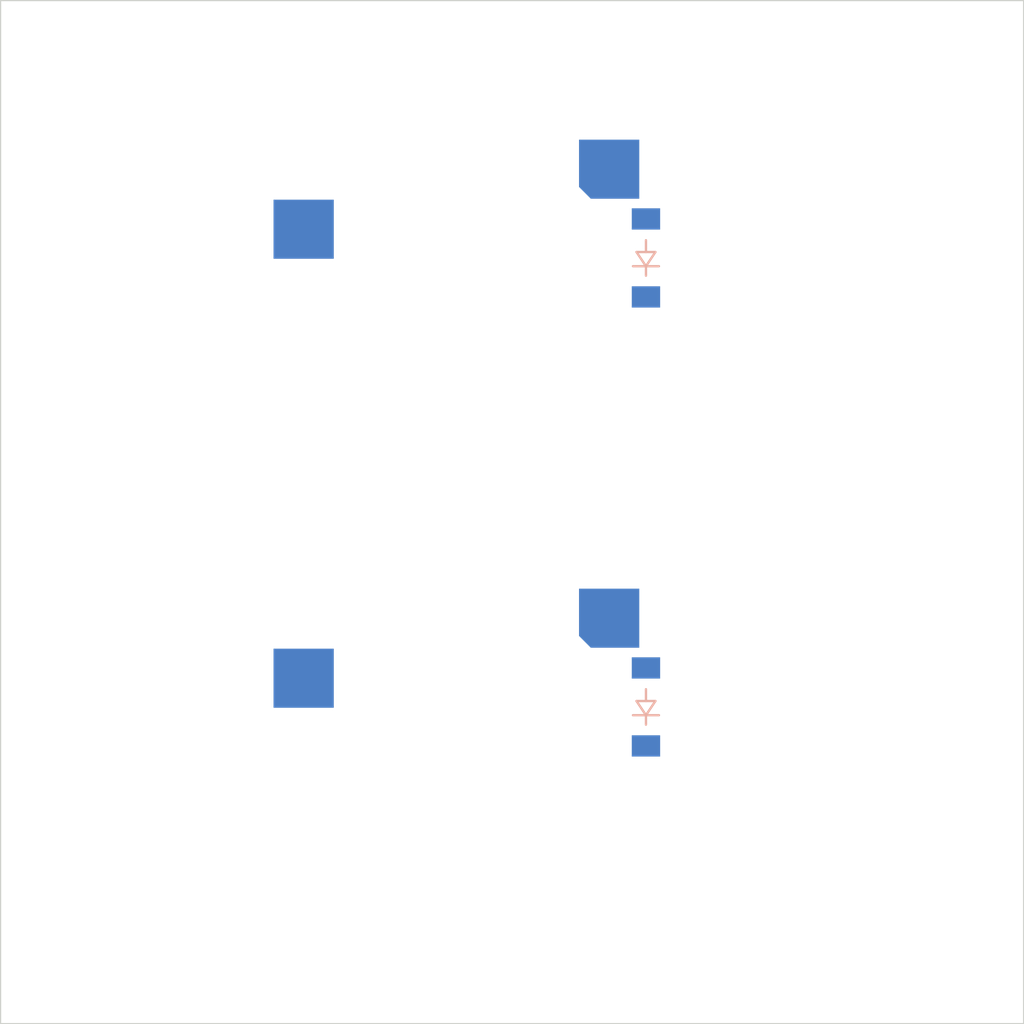
<source format=kicad_pcb>
(kicad_pcb (version 20240108) (generator "pcbnew") (generator_version "8.0")
  (title_block (title "corney_island_wireless") (date "2024-11-06") (rev "0.2") (company "ceoloide"))
  (layers (0 "F.Cu" signal) (31 "B.Cu" signal) (34 "B.Paste" user) (35 "F.Paste" user) (36 "B.SilkS" user "B.Silkscreen") (37 "F.SilkS" user "F.Silkscreen") (38 "B.Mask" user) (39 "F.Mask" user) (44 "Edge.Cuts" user))
  (net 0 "")
  (net 1 "C5")
  (net 2 "inner_bottom_B")
  (net 3 "inner_home_B")
  (net 4 "R2")
  (net 5 "R1")
  (footprint "ceoloide:diode_tht_sod123" (layer "B.Cu") (at 202.4 96.3 90)
    (property "Reference" "D16" (hide yes))
    (property "Value" "")
    (fp_line (start 0.25 -0.4) (end 0.25 0.4) (stroke (width 0.1)) (layer "B.SilkS"))
    (fp_line (start 0.25 0) (end 0.75 0) (stroke (width 0.1)) (layer "B.SilkS"))
    (fp_line (start -0.35 0) (end -0.35 -0.55) (stroke (width 0.1)) (layer "B.SilkS"))
    (fp_line (start -0.35 0) (end 0.25 -0.4) (stroke (width 0.1)) (layer "B.SilkS"))
    (fp_line (start -0.35 0) (end -0.35 0.55) (stroke (width 0.1)) (layer "B.SilkS"))
    (fp_line (start -0.75 0) (end -0.35 0) (stroke (width 0.1)) (layer "B.SilkS"))
    (fp_line (start 0.25 0.4) (end -0.35 0) (stroke (width 0.1)) (layer "B.SilkS"))
    (pad "1" smd rect (at -1.65 0 90) (size 0.9 1.2) (layers "B.Cu" "B.Paste" "B.Mask") (net 4 "R2"))
    (pad "2" smd rect (at 1.65 0 90) (size 0.9 1.2) (layers "B.Cu" "B.Paste" "B.Mask") (net 2 "inner_bottom_B"))
  )
  (footprint "ceoloide:diode_tht_sod123" (layer "B.Cu") (at 202.4 77.3 90)
    (property "Reference" "D17" (hide yes))
    (property "Value" "")
    (fp_line (start 0.25 -0.4) (end 0.25 0.4) (stroke (width 0.1)) (layer "B.SilkS"))
    (fp_line (start 0.25 0) (end 0.75 0) (stroke (width 0.1)) (layer "B.SilkS"))
    (fp_line (start -0.35 0) (end -0.35 -0.55) (stroke (width 0.1)) (layer "B.SilkS"))
    (fp_line (start -0.35 0) (end 0.25 -0.4) (stroke (width 0.1)) (layer "B.SilkS"))
    (fp_line (start -0.35 0) (end -0.35 0.55) (stroke (width 0.1)) (layer "B.SilkS"))
    (fp_line (start -0.75 0) (end -0.35 0) (stroke (width 0.1)) (layer "B.SilkS"))
    (fp_line (start 0.25 0.4) (end -0.35 0) (stroke (width 0.1)) (layer "B.SilkS"))
    (pad "1" smd rect (at -1.65 0 90) (size 0.9 1.2) (layers "B.Cu" "B.Paste" "B.Mask") (net 5 "R1"))
    (pad "2" smd rect (at 1.65 0 90) (size 0.9 1.2) (layers "B.Cu" "B.Paste" "B.Mask") (net 3 "inner_home_B"))
  )
  (footprint "ceoloide:switch_mx" (layer "B.Cu") (at 195 97.625)
    (property "Reference" "S16" (hide yes))
    (property "Value" "")
    (pad "" np_thru_hole circle (at -5.08 0 180) (size 1.9 1.9) (drill 1.9) (layers "*.Cu" "*.Mask"))
    (pad "" np_thru_hole circle (at -3.81 -2.54 180) (size 3 3) (drill 3) (layers "F&B.Cu" "*.Mask"))
    (pad "" np_thru_hole circle (at 0 0 90) (size 4.1 4.1) (drill 4.1) (layers "*.Cu" "*.Mask"))
    (pad "" np_thru_hole circle (at 2.54 -5.08 180) (size 3 3) (drill 3) (layers "F&B.Cu" "*.Mask"))
    (pad "" np_thru_hole circle (at 5.08 0 180) (size 1.9 1.9) (drill 1.9) (layers "*.Cu" "*.Mask"))
    (pad "1" smd rect (at -7.085 -2.54) (size 2.55 2.5) (layers "B.Cu" "B.Paste" "B.Mask") (net 1 "C5"))
    (pad "2" smd roundrect (at 5.842 -5.08) (size 2.55 2.5) (layers "B.Cu" "B.Paste" "B.Mask") (roundrect_rratio 0) (chamfer_ratio 0.2) (chamfer bottom_left) (net 2 "inner_bottom_B"))
  )
  (footprint "ceoloide:switch_mx" (layer "B.Cu") (at 195 78.625)
    (property "Reference" "S17" (hide yes))
    (property "Value" "")
    (pad "" np_thru_hole circle (at -5.08 0 180) (size 1.9 1.9) (drill 1.9) (layers "*.Cu" "*.Mask"))
    (pad "" np_thru_hole circle (at -3.81 -2.54 180) (size 3 3) (drill 3) (layers "F&B.Cu" "*.Mask"))
    (pad "" np_thru_hole circle (at 0 0 90) (size 4.1 4.1) (drill 4.1) (layers "*.Cu" "*.Mask"))
    (pad "" np_thru_hole circle (at 2.54 -5.08 180) (size 3 3) (drill 3) (layers "F&B.Cu" "*.Mask"))
    (pad "" np_thru_hole circle (at 5.08 0 180) (size 1.9 1.9) (drill 1.9) (layers "*.Cu" "*.Mask"))
    (pad "1" smd rect (at -7.085 -2.54) (size 2.55 2.5) (layers "B.Cu" "B.Paste" "B.Mask") (net 1 "C5"))
    (pad "2" smd roundrect (at 5.842 -5.08) (size 2.55 2.5) (layers "B.Cu" "B.Paste" "B.Mask") (roundrect_rratio 0) (chamfer_ratio 0.2) (chamfer bottom_left) (net 3 "inner_home_B"))
  )
  (gr_rect (start 175.09 66.41) (end 218.38 109.7) (stroke (width 0.05)) (fill none) (layer "Edge.Cuts"))
)
</source>
